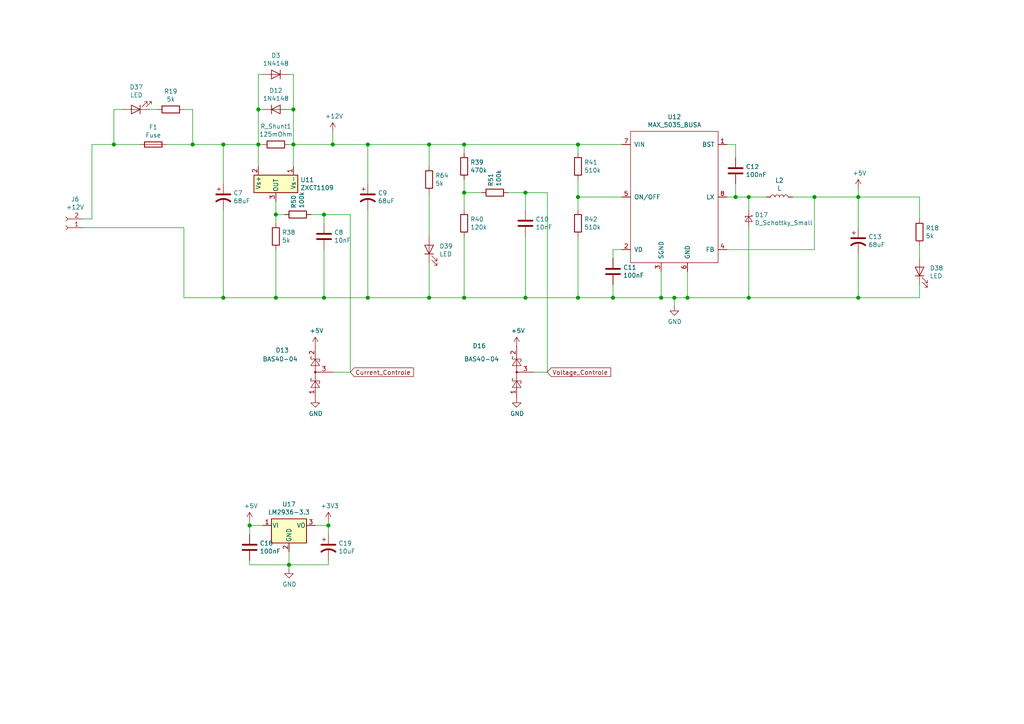
<source format=kicad_sch>
(kicad_sch (version 20210126) (generator eeschema)
  (paper "A4")
  (lib_symbols
    (symbol "SBIO3-rescue:+12V-power" (power) (pin_names (offset 0))
      (property "Value" "+12V-power" (at 0 3.556 0))
      (symbol "+12V-power_0_1"
        (polyline (pts (xy -0.762 1.27) (xy 0 2.54)))
        (polyline (pts (xy 0 0) (xy 0 2.54)))
        (polyline (pts (xy 0 2.54) (xy 0.762 1.27)))
      )
      (symbol "+12V-power_1_1"
        (pin power_in line (at 0 0 90) (length 0) hide (name "+12V") (number "1"))
      )
    )
    (symbol "SBIO3-rescue:+3V3-power" (power) (pin_names (offset 0))
      (property "Value" "+3V3-power" (at 0 3.556 0))
      (symbol "+3V3-power_0_1"
        (polyline (pts (xy -0.762 1.27) (xy 0 2.54)))
        (polyline (pts (xy 0 0) (xy 0 2.54)))
        (polyline (pts (xy 0 2.54) (xy 0.762 1.27)))
      )
      (symbol "+3V3-power_1_1"
        (pin power_in line (at 0 0 90) (length 0) hide (name "+3V3") (number "1"))
      )
    )
    (symbol "SBIO3-rescue:+5V-power" (power) (pin_names (offset 0))
      (property "Value" "+5V-power" (at 0 3.556 0))
      (symbol "+5V-power_0_1"
        (polyline (pts (xy -0.762 1.27) (xy 0 2.54)))
        (polyline (pts (xy 0 0) (xy 0 2.54)))
        (polyline (pts (xy 0 2.54) (xy 0.762 1.27)))
      )
      (symbol "+5V-power_1_1"
        (pin power_in line (at 0 0 90) (length 0) hide (name "+5V") (number "1"))
      )
    )
    (symbol "SBIO3-rescue:1N4148-Diode" (pin_numbers hide) (pin_names (offset 1.016) hide)
      (property "Reference" "D" (at 0 2.54 0))
      (property "Value" "1N4148-Diode" (at 0 -2.54 0))
      (symbol "1N4148-Diode_0_1"
        (polyline (pts (xy -1.27 1.27) (xy -1.27 -1.27)) (stroke (width 0.2032)))
        (polyline (pts (xy 1.27 0) (xy -1.27 0)))
        (polyline (pts (xy 1.27 1.27) (xy 1.27 -1.27) (xy -1.27 0) (xy 1.27 1.27)) (stroke (width 0.2032)))
      )
      (symbol "1N4148-Diode_1_1"
        (pin passive line (at -3.81 0 0) (length 2.54) (name "K") (number "1"))
        (pin passive line (at 3.81 0 180) (length 2.54) (name "A") (number "2"))
      )
    )
    (symbol "SBIO3-rescue:BAS40-04-Diode" (pin_names (offset 1.016))
      (property "Reference" "D" (at 0.635 -1.27 0))
      (property "Value" "BAS40-04-Diode" (at -6.35 5.715 0))
      (symbol "BAS40-04-Diode_0_1"
        (circle (center 0 2.54) (radius 0.254) (fill (type outline)))
        (polyline (pts (xy -3.81 2.54) (xy -1.27 2.54)))
        (polyline (pts (xy -3.175 1.27) (xy -3.175 1.524)))
        (polyline (pts (xy -2.54 1.27) (xy -3.175 1.27)))
        (polyline (pts (xy -2.54 1.27) (xy -2.54 3.81)))
        (polyline (pts (xy -2.54 3.81) (xy -1.905 3.81)))
        (polyline (pts (xy -1.905 2.54) (xy 1.905 2.54)))
        (polyline (pts (xy -1.905 3.81) (xy -1.905 3.556)))
        (polyline (pts (xy 1.27 2.54) (xy 3.81 2.54)))
        (polyline (pts (xy 3.175 1.27) (xy 3.175 1.524)))
        (polyline (pts (xy 3.81 1.27) (xy 3.175 1.27)))
        (polyline (pts (xy 3.81 1.27) (xy 3.81 3.81)))
        (polyline (pts (xy 3.81 3.81) (xy 4.445 3.81)))
        (polyline (pts (xy 4.445 3.81) (xy 4.445 3.556)))
        (polyline (pts (xy -4.445 3.81) (xy -4.445 1.27) (xy -2.54 2.54) (xy -4.445 3.81)))
        (polyline (pts (xy 1.905 3.81) (xy 1.905 1.27) (xy 3.81 2.54) (xy 1.905 3.81)))
      )
      (symbol "BAS40-04-Diode_1_1"
        (pin passive line (at -7.62 2.54 0) (length 3.81) (name "~") (number "1"))
        (pin passive line (at 7.62 2.54 180) (length 3.81) (name "~") (number "2"))
        (pin passive line (at 0 -2.54 90) (length 5.08) (name "~") (number "3"))
      )
    )
    (symbol "SBIO3-rescue:C-Device" (pin_numbers hide) (pin_names (offset 0.254))
      (property "Reference" "C" (at 0.635 2.54 0))
      (property "Value" "C-Device" (at 0.635 -2.54 0))
      (symbol "C-Device_0_1"
        (polyline (pts (xy -2.032 -0.762) (xy 2.032 -0.762)) (stroke (width 0.508)))
        (polyline (pts (xy -2.032 0.762) (xy 2.032 0.762)) (stroke (width 0.508)))
      )
      (symbol "C-Device_1_1"
        (pin passive line (at 0 3.81 270) (length 2.794) (name "~") (number "1"))
        (pin passive line (at 0 -3.81 90) (length 2.794) (name "~") (number "2"))
      )
    )
    (symbol "SBIO3-rescue:CP1-Device" (pin_numbers hide) (pin_names (offset 0.254) hide)
      (property "Reference" "C" (at 0.635 2.54 0))
      (property "Value" "CP1-Device" (at 0.635 -2.54 0))
      (symbol "CP1-Device_0_1"
        (arc (start -2.032 -1.27) (end 2.032 -1.27) (radius (at 0 -3.81) (length 3.2512) (angles 128.7 51.3)) (stroke (width 0.508)))
        (polyline (pts (xy -2.032 0.762) (xy 2.032 0.762)) (stroke (width 0.508)))
        (polyline (pts (xy -1.778 2.286) (xy -0.762 2.286)))
        (polyline (pts (xy -1.27 1.778) (xy -1.27 2.794)))
      )
      (symbol "CP1-Device_1_1"
        (pin passive line (at 0 3.81 270) (length 2.794) (name "~") (number "1"))
        (pin passive line (at 0 -3.81 90) (length 3.302) (name "~") (number "2"))
      )
    )
    (symbol "SBIO3-rescue:Conn_01x02_Female-Connector" (pin_names (offset 1.016) hide)
      (property "Reference" "J" (at 0 2.54 0))
      (property "Value" "Conn_01x02_Female-Connector" (at 0 -5.08 0))
      (symbol "Conn_01x02_Female-Connector_1_1"
        (arc (start 0 -2.032) (end 0 -3.048) (radius (at 0 -2.54) (length 0.508) (angles 90.1 -90.1)) (stroke (width 0.1524)))
        (arc (start 0 0.508) (end 0 -0.508) (radius (at 0 0) (length 0.508) (angles 90.1 -90.1)) (stroke (width 0.1524)))
        (polyline (pts (xy -1.27 -2.54) (xy -0.508 -2.54)) (stroke (width 0.1524)))
        (polyline (pts (xy -1.27 0) (xy -0.508 0)) (stroke (width 0.1524)))
        (pin passive line (at -5.08 0 0) (length 3.81) (name "Pin_1") (number "1"))
        (pin passive line (at -5.08 -2.54 0) (length 3.81) (name "Pin_2") (number "2"))
      )
    )
    (symbol "SBIO3-rescue:D_Schottky_Small-Device" (pin_numbers hide) (pin_names (offset 0.254) hide)
      (property "Reference" "D" (at -1.27 2.032 0))
      (property "Value" "D_Schottky_Small-Device" (at -7.112 -2.032 0))
      (symbol "D_Schottky_Small-Device_0_1"
        (polyline (pts (xy -0.762 -1.016) (xy -0.762 1.016)))
        (polyline (pts (xy -0.762 0) (xy 0.762 0)))
        (polyline (pts (xy -0.762 -1.016) (xy -0.508 -1.016) (xy -0.508 -0.762)))
        (polyline (pts (xy -0.762 1.016) (xy -1.016 1.016) (xy -1.016 0.762)))
        (polyline (pts (xy 0.762 -1.016) (xy -0.762 0) (xy 0.762 1.016) (xy 0.762 -1.016)))
      )
      (symbol "D_Schottky_Small-Device_1_1"
        (pin passive line (at -2.54 0 0) (length 1.778) (name "K") (number "1"))
        (pin passive line (at 2.54 0 180) (length 1.778) (name "A") (number "2"))
      )
    )
    (symbol "SBIO3-rescue:Fuse-Device" (pin_numbers hide) (pin_names (offset 0))
      (property "Reference" "F" (at 2.032 0 90))
      (property "Value" "Fuse-Device" (at -1.905 0 90))
      (symbol "Fuse-Device_0_1"
        (rectangle (start -0.762 -2.54) (end 0.762 2.54) (stroke (width 0.254)))
        (polyline (pts (xy 0 2.54) (xy 0 -2.54)))
      )
      (symbol "Fuse-Device_1_1"
        (pin passive line (at 0 3.81 270) (length 1.27) (name "~") (number "1"))
        (pin passive line (at 0 -3.81 90) (length 1.27) (name "~") (number "2"))
      )
    )
    (symbol "SBIO3-rescue:GND-power" (power) (pin_names (offset 0))
      (property "Value" "GND-power" (at 0 -3.81 0))
      (symbol "GND-power_0_1"
        (polyline (pts (xy 0 0) (xy 0 -1.27) (xy 1.27 -1.27) (xy 0 -2.54) (xy -1.27 -1.27) (xy 0 -1.27)))
      )
      (symbol "GND-power_1_1"
        (pin power_in line (at 0 0 270) (length 0) hide (name "GND") (number "1"))
      )
    )
    (symbol "SBIO3-rescue:L-Device" (pin_numbers hide) (pin_names (offset 1.016) hide)
      (property "Reference" "L" (at -1.27 0 90))
      (property "Value" "L-Device" (at 1.905 0 90))
      (symbol "L-Device_0_1"
        (arc (start 0 -2.54) (end 0 -1.27) (radius (at 0 -1.905) (length 0.635) (angles -89.9 89.9)))
        (arc (start 0 -1.27) (end 0 0) (radius (at 0 -0.635) (length 0.635) (angles -89.9 89.9)))
        (arc (start 0 0) (end 0 1.27) (radius (at 0 0.635) (length 0.635) (angles -89.9 89.9)))
        (arc (start 0 1.27) (end 0 2.54) (radius (at 0 1.905) (length 0.635) (angles -89.9 89.9)))
      )
      (symbol "L-Device_1_1"
        (pin passive line (at 0 3.81 270) (length 1.27) (name "1") (number "1"))
        (pin passive line (at 0 -3.81 90) (length 1.27) (name "2") (number "2"))
      )
    )
    (symbol "SBIO3-rescue:LED-Device" (pin_numbers hide) (pin_names (offset 1.016) hide)
      (property "Reference" "D" (at 0 2.54 0))
      (property "Value" "LED-Device" (at 0 -2.54 0))
      (symbol "LED-Device_0_1"
        (polyline (pts (xy -1.27 -1.27) (xy -1.27 1.27)) (stroke (width 0.2032)))
        (polyline (pts (xy -1.27 0) (xy 1.27 0)))
        (polyline (pts (xy 1.27 -1.27) (xy 1.27 1.27) (xy -1.27 0) (xy 1.27 -1.27)) (stroke (width 0.2032)))
        (polyline (pts (xy -3.048 -0.762) (xy -4.572 -2.286) (xy -3.81 -2.286) (xy -4.572 -2.286) (xy -4.572 -1.524)))
        (polyline (pts (xy -1.778 -0.762) (xy -3.302 -2.286) (xy -2.54 -2.286) (xy -3.302 -2.286) (xy -3.302 -1.524)))
      )
      (symbol "LED-Device_1_1"
        (pin passive line (at -3.81 0 0) (length 2.54) (name "K") (number "1"))
        (pin passive line (at 3.81 0 180) (length 2.54) (name "A") (number "2"))
      )
    )
    (symbol "SBIO3-rescue:LM2936-3.3-Regulator_Linear" (pin_names (offset 0.254))
      (property "Reference" "U" (at -3.81 3.175 0))
      (property "Value" "LM2936-3.3-Regulator_Linear" (at 0 3.175 0))
      (symbol "LM2936-3.3-Regulator_Linear_0_1"
        (rectangle (start -5.08 1.905) (end 5.08 -5.08) (stroke (width 0.254)) (fill (type background)))
      )
      (symbol "LM2936-3.3-Regulator_Linear_1_1"
        (pin power_in line (at -7.62 0 0) (length 2.54) (name "VI") (number "1"))
        (pin power_in line (at 0 -7.62 90) (length 2.54) (name "GND") (number "2"))
        (pin power_out line (at 7.62 0 180) (length 2.54) (name "VO") (number "3"))
      )
    )
    (symbol "SBIO3-rescue:MAX_5035_BUSA-KiCad_E-Shema_MH" (pin_names (offset 1.016))
      (property "Reference" "U" (at 0 27.94 0))
      (property "Value" "MAX_5035_BUSA-KiCad_E-Shema_MH" (at 0 22.86 0))
      (symbol "MAX_5035_BUSA-KiCad_E-Shema_MH_0_1"
        (rectangle (start -12.7 19.05) (end 12.7 -19.05))
      )
      (symbol "MAX_5035_BUSA-KiCad_E-Shema_MH_1_1"
        (pin bidirectional line (at 15.24 15.24 180) (length 2.54) (name "BST") (number "1"))
        (pin bidirectional line (at -15.24 -15.24 0) (length 2.54) (name "VD") (number "2"))
        (pin bidirectional line (at -3.81 -21.59 90) (length 2.54) (name "SGND") (number "3"))
        (pin bidirectional line (at 15.24 -15.24 180) (length 2.54) (name "FB") (number "4"))
        (pin bidirectional line (at -15.24 0 0) (length 2.54) (name "ON/OFF") (number "5"))
        (pin bidirectional line (at 3.81 -21.59 90) (length 2.54) (name "GND") (number "6"))
        (pin bidirectional line (at -15.24 15.24 0) (length 2.54) (name "VIN") (number "7"))
        (pin bidirectional line (at 15.24 0 180) (length 2.54) (name "LX") (number "8"))
      )
    )
    (symbol "SBIO3-rescue:R-Device" (pin_numbers hide) (pin_names (offset 0))
      (property "Reference" "R" (at 2.032 0 90))
      (property "Value" "R-Device" (at 0 0 90))
      (symbol "R-Device_0_1"
        (rectangle (start -1.016 -2.54) (end 1.016 2.54) (stroke (width 0.254)))
      )
      (symbol "R-Device_1_1"
        (pin passive line (at 0 3.81 270) (length 1.27) (name "~") (number "1"))
        (pin passive line (at 0 -3.81 90) (length 1.27) (name "~") (number "2"))
      )
    )
    (symbol "SBIO3-rescue:ZXCT1109-Amplifier_Current" (pin_names (offset 0.254))
      (property "Reference" "U" (at 7.62 1.27 0))
      (property "Value" "ZXCT1109-Amplifier_Current" (at 7.62 -1.27 0))
      (symbol "ZXCT1109-Amplifier_Current_0_1"
        (rectangle (start -6.35 2.54) (end 6.35 -2.54) (stroke (width 0.254)) (fill (type background)))
      )
      (symbol "ZXCT1109-Amplifier_Current_1_1"
        (pin input line (at 5.08 5.08 270) (length 2.54) (name "Vs-") (number "1"))
        (pin input line (at -5.08 5.08 270) (length 2.54) (name "Vs+") (number "2"))
        (pin output line (at 0 -5.08 90) (length 2.54) (name "OUT") (number "3"))
      )
    )
  )
  (junction (at 33.02 41.91) (diameter 1.016))
  (junction (at 55.88 41.91) (diameter 1.016))
  (junction (at 64.77 41.91) (diameter 1.016))
  (junction (at 64.77 86.36) (diameter 1.016))
  (junction (at 72.39 152.4) (diameter 1.016))
  (junction (at 74.93 31.75) (diameter 1.016))
  (junction (at 74.93 41.91) (diameter 1.016))
  (junction (at 80.01 62.23) (diameter 1.016))
  (junction (at 80.01 86.36) (diameter 1.016))
  (junction (at 83.82 163.83) (diameter 1.016))
  (junction (at 85.09 31.75) (diameter 1.016))
  (junction (at 85.09 41.91) (diameter 1.016))
  (junction (at 93.98 62.23) (diameter 1.016))
  (junction (at 93.98 86.36) (diameter 1.016))
  (junction (at 95.25 152.4) (diameter 1.016))
  (junction (at 96.52 41.91) (diameter 1.016))
  (junction (at 106.68 41.91) (diameter 1.016))
  (junction (at 106.68 86.36) (diameter 1.016))
  (junction (at 124.46 41.91) (diameter 1.016))
  (junction (at 124.46 86.36) (diameter 1.016))
  (junction (at 134.62 41.91) (diameter 1.016))
  (junction (at 134.62 55.88) (diameter 1.016))
  (junction (at 134.62 86.36) (diameter 1.016))
  (junction (at 152.4 55.88) (diameter 1.016))
  (junction (at 152.4 86.36) (diameter 1.016))
  (junction (at 167.64 41.91) (diameter 1.016))
  (junction (at 167.64 57.15) (diameter 1.016))
  (junction (at 167.64 86.36) (diameter 1.016))
  (junction (at 177.8 86.36) (diameter 1.016))
  (junction (at 191.77 86.36) (diameter 1.016))
  (junction (at 195.58 86.36) (diameter 1.016))
  (junction (at 199.39 86.36) (diameter 1.016))
  (junction (at 213.36 57.15) (diameter 1.016))
  (junction (at 217.17 57.15) (diameter 1.016))
  (junction (at 217.17 86.36) (diameter 1.016))
  (junction (at 236.22 57.15) (diameter 1.016))
  (junction (at 248.92 57.15) (diameter 1.016))
  (junction (at 248.92 86.36) (diameter 1.016))
  (wire (pts (xy 24.13 66.04) (xy 53.34 66.04)))
  (wire (pts (xy 26.67 41.91) (xy 26.67 63.5)))
  (wire (pts (xy 26.67 63.5) (xy 24.13 63.5)))
  (wire (pts (xy 33.02 31.75) (xy 33.02 41.91)))
  (wire (pts (xy 33.02 41.91) (xy 26.67 41.91)))
  (wire (pts (xy 35.56 31.75) (xy 33.02 31.75)))
  (wire (pts (xy 40.64 41.91) (xy 33.02 41.91)))
  (wire (pts (xy 43.18 31.75) (xy 45.72 31.75)))
  (wire (pts (xy 48.26 41.91) (xy 55.88 41.91)))
  (wire (pts (xy 53.34 31.75) (xy 55.88 31.75)))
  (wire (pts (xy 53.34 66.04) (xy 53.34 86.36)))
  (wire (pts (xy 53.34 86.36) (xy 64.77 86.36)))
  (wire (pts (xy 55.88 31.75) (xy 55.88 41.91)))
  (wire (pts (xy 55.88 41.91) (xy 64.77 41.91)))
  (wire (pts (xy 64.77 41.91) (xy 74.93 41.91)))
  (wire (pts (xy 64.77 53.34) (xy 64.77 41.91)))
  (wire (pts (xy 64.77 60.96) (xy 64.77 86.36)))
  (wire (pts (xy 64.77 86.36) (xy 80.01 86.36)))
  (wire (pts (xy 72.39 151.13) (xy 72.39 152.4)))
  (wire (pts (xy 72.39 152.4) (xy 72.39 154.94)))
  (wire (pts (xy 72.39 162.56) (xy 72.39 163.83)))
  (wire (pts (xy 72.39 163.83) (xy 83.82 163.83)))
  (wire (pts (xy 74.93 21.59) (xy 74.93 31.75)))
  (wire (pts (xy 74.93 31.75) (xy 74.93 41.91)))
  (wire (pts (xy 74.93 41.91) (xy 74.93 48.26)))
  (wire (pts (xy 74.93 41.91) (xy 76.2 41.91)))
  (wire (pts (xy 76.2 21.59) (xy 74.93 21.59)))
  (wire (pts (xy 76.2 31.75) (xy 74.93 31.75)))
  (wire (pts (xy 76.2 152.4) (xy 72.39 152.4)))
  (wire (pts (xy 80.01 58.42) (xy 80.01 62.23)))
  (wire (pts (xy 80.01 62.23) (xy 80.01 64.77)))
  (wire (pts (xy 80.01 72.39) (xy 80.01 86.36)))
  (wire (pts (xy 80.01 86.36) (xy 93.98 86.36)))
  (wire (pts (xy 82.55 62.23) (xy 80.01 62.23)))
  (wire (pts (xy 83.82 21.59) (xy 85.09 21.59)))
  (wire (pts (xy 83.82 160.02) (xy 83.82 163.83)))
  (wire (pts (xy 83.82 163.83) (xy 83.82 165.1)))
  (wire (pts (xy 85.09 21.59) (xy 85.09 31.75)))
  (wire (pts (xy 85.09 31.75) (xy 83.82 31.75)))
  (wire (pts (xy 85.09 41.91) (xy 83.82 41.91)))
  (wire (pts (xy 85.09 41.91) (xy 85.09 31.75)))
  (wire (pts (xy 85.09 41.91) (xy 85.09 48.26)))
  (wire (pts (xy 85.09 41.91) (xy 96.52 41.91)))
  (wire (pts (xy 91.44 152.4) (xy 95.25 152.4)))
  (wire (pts (xy 93.98 62.23) (xy 90.17 62.23)))
  (wire (pts (xy 93.98 62.23) (xy 101.6 62.23)))
  (wire (pts (xy 93.98 64.77) (xy 93.98 62.23)))
  (wire (pts (xy 93.98 72.39) (xy 93.98 86.36)))
  (wire (pts (xy 93.98 86.36) (xy 106.68 86.36)))
  (wire (pts (xy 95.25 151.13) (xy 95.25 152.4)))
  (wire (pts (xy 95.25 152.4) (xy 95.25 154.94)))
  (wire (pts (xy 95.25 162.56) (xy 95.25 163.83)))
  (wire (pts (xy 95.25 163.83) (xy 83.82 163.83)))
  (wire (pts (xy 96.52 41.91) (xy 96.52 38.1)))
  (wire (pts (xy 96.52 41.91) (xy 106.68 41.91)))
  (wire (pts (xy 101.6 62.23) (xy 101.6 107.95)))
  (wire (pts (xy 101.6 107.95) (xy 96.52 107.95)))
  (wire (pts (xy 106.68 41.91) (xy 106.68 53.34)))
  (wire (pts (xy 106.68 41.91) (xy 124.46 41.91)))
  (wire (pts (xy 106.68 60.96) (xy 106.68 86.36)))
  (wire (pts (xy 106.68 86.36) (xy 124.46 86.36)))
  (wire (pts (xy 124.46 41.91) (xy 124.46 48.26)))
  (wire (pts (xy 124.46 55.88) (xy 124.46 68.58)))
  (wire (pts (xy 124.46 86.36) (xy 124.46 76.2)))
  (wire (pts (xy 134.62 41.91) (xy 124.46 41.91)))
  (wire (pts (xy 134.62 41.91) (xy 134.62 44.45)))
  (wire (pts (xy 134.62 52.07) (xy 134.62 55.88)))
  (wire (pts (xy 134.62 55.88) (xy 134.62 60.96)))
  (wire (pts (xy 134.62 68.58) (xy 134.62 86.36)))
  (wire (pts (xy 134.62 86.36) (xy 124.46 86.36)))
  (wire (pts (xy 134.62 86.36) (xy 152.4 86.36)))
  (wire (pts (xy 139.7 55.88) (xy 134.62 55.88)))
  (wire (pts (xy 152.4 55.88) (xy 147.32 55.88)))
  (wire (pts (xy 152.4 55.88) (xy 158.75 55.88)))
  (wire (pts (xy 152.4 60.96) (xy 152.4 55.88)))
  (wire (pts (xy 152.4 68.58) (xy 152.4 86.36)))
  (wire (pts (xy 152.4 86.36) (xy 167.64 86.36)))
  (wire (pts (xy 158.75 55.88) (xy 158.75 107.95)))
  (wire (pts (xy 158.75 107.95) (xy 154.94 107.95)))
  (wire (pts (xy 167.64 41.91) (xy 134.62 41.91)))
  (wire (pts (xy 167.64 41.91) (xy 167.64 44.45)))
  (wire (pts (xy 167.64 57.15) (xy 167.64 52.07)))
  (wire (pts (xy 167.64 60.96) (xy 167.64 57.15)))
  (wire (pts (xy 167.64 68.58) (xy 167.64 86.36)))
  (wire (pts (xy 167.64 86.36) (xy 177.8 86.36)))
  (wire (pts (xy 177.8 72.39) (xy 180.34 72.39)))
  (wire (pts (xy 177.8 74.93) (xy 177.8 72.39)))
  (wire (pts (xy 177.8 82.55) (xy 177.8 86.36)))
  (wire (pts (xy 177.8 86.36) (xy 191.77 86.36)))
  (wire (pts (xy 180.34 41.91) (xy 167.64 41.91)))
  (wire (pts (xy 180.34 57.15) (xy 167.64 57.15)))
  (wire (pts (xy 191.77 78.74) (xy 191.77 86.36)))
  (wire (pts (xy 191.77 86.36) (xy 195.58 86.36)))
  (wire (pts (xy 195.58 86.36) (xy 195.58 88.9)))
  (wire (pts (xy 199.39 78.74) (xy 199.39 86.36)))
  (wire (pts (xy 199.39 86.36) (xy 195.58 86.36)))
  (wire (pts (xy 199.39 86.36) (xy 217.17 86.36)))
  (wire (pts (xy 210.82 41.91) (xy 213.36 41.91)))
  (wire (pts (xy 210.82 57.15) (xy 213.36 57.15)))
  (wire (pts (xy 213.36 41.91) (xy 213.36 45.72)))
  (wire (pts (xy 213.36 57.15) (xy 213.36 53.34)))
  (wire (pts (xy 217.17 57.15) (xy 213.36 57.15)))
  (wire (pts (xy 217.17 60.96) (xy 217.17 57.15)))
  (wire (pts (xy 217.17 86.36) (xy 217.17 66.04)))
  (wire (pts (xy 222.25 57.15) (xy 217.17 57.15)))
  (wire (pts (xy 236.22 57.15) (xy 229.87 57.15)))
  (wire (pts (xy 236.22 57.15) (xy 236.22 72.39)))
  (wire (pts (xy 236.22 72.39) (xy 210.82 72.39)))
  (wire (pts (xy 248.92 57.15) (xy 236.22 57.15)))
  (wire (pts (xy 248.92 57.15) (xy 248.92 54.61)))
  (wire (pts (xy 248.92 66.04) (xy 248.92 57.15)))
  (wire (pts (xy 248.92 73.66) (xy 248.92 86.36)))
  (wire (pts (xy 248.92 86.36) (xy 217.17 86.36)))
  (wire (pts (xy 266.7 57.15) (xy 248.92 57.15)))
  (wire (pts (xy 266.7 63.5) (xy 266.7 57.15)))
  (wire (pts (xy 266.7 71.12) (xy 266.7 74.93)))
  (wire (pts (xy 266.7 82.55) (xy 266.7 86.36)))
  (wire (pts (xy 266.7 86.36) (xy 248.92 86.36)))
  (global_label "Current_Controle" (shape input) (at 101.6 107.95 0) (property "Intersheet References" "${INTERSHEET_REFS}" (effects hide)))
  (global_label "Voltage_Controle" (shape input) (at 158.75 107.95 0) (property "Intersheet References" "${INTERSHEET_REFS}" (effects hide)))
  (symbol (lib_id "SBIO3-rescue:+5V-power") (at 72.39 151.13 0) (unit 1)
    (property "Reference" "#PWR0150" (effects hide))
    (property "Value" "+5V" (at 72.771 146.7358 0))
  )
  (symbol (lib_id "SBIO3-rescue:+5V-power") (at 91.44 100.33 0) (unit 1)
    (property "Reference" "#PWR0144" (effects hide))
    (property "Value" "+5V" (at 91.821 95.9358 0))
  )
  (symbol (lib_id "SBIO3-rescue:+3V3-power") (at 95.25 151.13 0) (unit 1)
    (property "Reference" "#PWR0151" (effects hide))
    (property "Value" "+3V3" (at 95.631 146.7358 0))
  )
  (symbol (lib_id "SBIO3-rescue:+12V-power") (at 96.52 38.1 0) (unit 1)
    (property "Reference" "#PWR0143" (effects hide))
    (property "Value" "+12V" (at 96.901 33.7058 0))
  )
  (symbol (lib_id "SBIO3-rescue:+5V-power") (at 149.86 100.33 0) (unit 1)
    (property "Reference" "#PWR0145" (effects hide))
    (property "Value" "+5V" (at 150.241 95.9358 0))
  )
  (symbol (lib_id "SBIO3-rescue:+5V-power") (at 248.92 54.61 0) (unit 1)
    (property "Reference" "#PWR0142" (effects hide))
    (property "Value" "+5V" (at 249.301 50.2158 0))
  )
  (symbol (lib_id "SBIO3-rescue:L-Device") (at 226.06 57.15 90) (unit 1)
    (property "Reference" "L2" (at 226.06 52.324 90))
    (property "Value" "L" (at 226.06 54.6354 90))
    (property "Footprint" "L_Lib:MAX5035_100uH_Coil" (effects hide))
  )
  (symbol (lib_id "SBIO3-rescue:GND-power") (at 83.82 165.1 0) (unit 1)
    (property "Reference" "#PWR0149" (effects hide))
    (property "Value" "GND" (at 83.947 169.4942 0))
  )
  (symbol (lib_id "SBIO3-rescue:GND-power") (at 91.44 115.57 0) (unit 1)
    (property "Reference" "#PWR0140" (effects hide))
    (property "Value" "GND" (at 91.567 119.9642 0))
  )
  (symbol (lib_id "SBIO3-rescue:GND-power") (at 149.86 115.57 0) (unit 1)
    (property "Reference" "#PWR0141" (effects hide))
    (property "Value" "GND" (at 149.987 119.9642 0))
  )
  (symbol (lib_id "SBIO3-rescue:GND-power") (at 195.58 88.9 0) (unit 1)
    (property "Reference" "#PWR0139" (effects hide))
    (property "Value" "GND" (at 195.707 93.2942 0))
  )
  (symbol (lib_id "SBIO3-rescue:D_Schottky_Small-Device") (at 217.17 63.5 270) (unit 1)
    (property "Reference" "D17" (at 218.8972 62.3316 90) (effects (justify left)))
    (property "Value" "D_Schottky_Small" (at 218.8972 64.643 90) (effects (justify left)))
    (property "Footprint" "D_Lib:MAX5035_50SQ100" (effects hide))
  )
  (symbol (lib_id "SBIO3-rescue:Fuse-Device") (at 44.45 41.91 270) (unit 1)
    (property "Reference" "F1" (at 44.45 36.9062 90))
    (property "Value" "Fuse" (at 44.45 39.2176 90))
    (property "Footprint" "Fuse:Fuseholder_TR5_Littelfuse_No560_No460" (effects hide))
  )
  (symbol (lib_id "SBIO3-rescue:R-Device") (at 49.53 31.75 90) (unit 1)
    (property "Reference" "R19" (at 49.53 26.4922 90))
    (property "Value" "5k" (at 49.53 28.8036 90))
    (property "Footprint" "Resistor_SMD:R_0603_1608Metric_Pad1.05x0.95mm_HandSolder" (effects hide))
  )
  (symbol (lib_id "SBIO3-rescue:R-Device") (at 80.01 41.91 90) (unit 1)
    (property "Reference" "R_Shunt1" (at 80.01 36.6522 90))
    (property "Value" "125mOhm" (at 80.01 38.9636 90))
    (property "Footprint" "Resistor_SMD:R_2512_6332Metric_Pad1.52x3.35mm_HandSolder" (effects hide))
  )
  (symbol (lib_id "SBIO3-rescue:R-Device") (at 80.01 68.58 0) (unit 1)
    (property "Reference" "R38" (at 81.788 67.4116 0) (effects (justify left)))
    (property "Value" "5k" (at 81.788 69.723 0) (effects (justify left)))
    (property "Footprint" "Resistor_SMD:R_0603_1608Metric_Pad1.05x0.95mm_HandSolder" (effects hide))
  )
  (symbol (lib_id "SBIO3-rescue:R-Device") (at 86.36 62.23 90) (unit 1)
    (property "Reference" "R50" (at 85.1916 60.452 0) (effects (justify left)))
    (property "Value" "100k" (at 87.503 60.452 0) (effects (justify left)))
    (property "Footprint" "Resistor_SMD:R_0603_1608Metric_Pad1.05x0.95mm_HandSolder" (effects hide))
  )
  (symbol (lib_id "SBIO3-rescue:R-Device") (at 124.46 52.07 0) (unit 1)
    (property "Reference" "R64" (at 126.238 50.9016 0) (effects (justify left)))
    (property "Value" "5k" (at 126.238 53.213 0) (effects (justify left)))
    (property "Footprint" "Resistor_SMD:R_0603_1608Metric_Pad1.05x0.95mm_HandSolder" (effects hide))
  )
  (symbol (lib_id "SBIO3-rescue:R-Device") (at 134.62 48.26 0) (unit 1)
    (property "Reference" "R39" (at 136.398 47.0916 0) (effects (justify left)))
    (property "Value" "470k" (at 136.398 49.403 0) (effects (justify left)))
    (property "Footprint" "Resistor_SMD:R_0603_1608Metric_Pad1.05x0.95mm_HandSolder" (effects hide))
  )
  (symbol (lib_id "SBIO3-rescue:R-Device") (at 134.62 64.77 0) (unit 1)
    (property "Reference" "R40" (at 136.398 63.6016 0) (effects (justify left)))
    (property "Value" "120k" (at 136.398 65.913 0) (effects (justify left)))
    (property "Footprint" "Resistor_SMD:R_0603_1608Metric_Pad1.05x0.95mm_HandSolder" (effects hide))
  )
  (symbol (lib_id "SBIO3-rescue:R-Device") (at 143.51 55.88 90) (unit 1)
    (property "Reference" "R51" (at 142.3416 54.102 0) (effects (justify left)))
    (property "Value" "100k" (at 144.653 54.102 0) (effects (justify left)))
    (property "Footprint" "Resistor_SMD:R_0603_1608Metric_Pad1.05x0.95mm_HandSolder" (effects hide))
  )
  (symbol (lib_id "SBIO3-rescue:R-Device") (at 167.64 48.26 0) (unit 1)
    (property "Reference" "R41" (at 169.418 47.0916 0) (effects (justify left)))
    (property "Value" "510k" (at 169.418 49.403 0) (effects (justify left)))
    (property "Footprint" "Resistor_SMD:R_0603_1608Metric_Pad1.05x0.95mm_HandSolder" (effects hide))
  )
  (symbol (lib_id "SBIO3-rescue:R-Device") (at 167.64 64.77 0) (unit 1)
    (property "Reference" "R42" (at 169.418 63.6016 0) (effects (justify left)))
    (property "Value" "510k" (at 169.418 65.913 0) (effects (justify left)))
    (property "Footprint" "Resistor_SMD:R_0603_1608Metric_Pad1.05x0.95mm_HandSolder" (effects hide))
  )
  (symbol (lib_id "SBIO3-rescue:R-Device") (at 266.7 67.31 0) (unit 1)
    (property "Reference" "R18" (at 268.478 66.1416 0) (effects (justify left)))
    (property "Value" "5k" (at 268.478 68.453 0) (effects (justify left)))
    (property "Footprint" "Resistor_SMD:R_0603_1608Metric_Pad1.05x0.95mm_HandSolder" (effects hide))
  )
  (symbol (lib_id "SBIO3-rescue:1N4148-Diode") (at 80.01 21.59 180) (unit 1)
    (property "Reference" "D3" (at 80.01 16.1036 0))
    (property "Value" "1N4148" (at 80.01 18.415 0))
    (property "Footprint" "Diode_SMD:D_SMA_Handsoldering" (effects hide))
    (property "Datasheet" "https://assets.nexperia.com/documents/data-sheet/1N4148_1N4448.pdf" (effects hide))
  )
  (symbol (lib_id "SBIO3-rescue:1N4148-Diode") (at 80.01 31.75 0) (unit 1)
    (property "Reference" "D12" (at 80.01 26.2636 0))
    (property "Value" "1N4148" (at 80.01 28.575 0))
    (property "Footprint" "D_Lib:1N4148" (effects hide))
    (property "Datasheet" "https://assets.nexperia.com/documents/data-sheet/1N4148_1N4448.pdf" (effects hide))
  )
  (symbol (lib_id "SBIO3-rescue:Conn_01x02_Female-Connector") (at 19.05 66.04 180) (unit 1)
    (property "Reference" "J6" (at 21.7932 57.785 0))
    (property "Value" "+12V" (at 21.7932 60.0964 0))
    (property "Footprint" "Connector_Phoenix_MSTB:PhoenixContact_MSTBA_2,5_2-G_1x02_P5.00mm_Horizontal" (effects hide))
  )
  (symbol (lib_id "SBIO3-rescue:LED-Device") (at 39.37 31.75 180) (unit 1)
    (property "Reference" "D37" (at 39.5478 25.273 0))
    (property "Value" "LED" (at 39.5478 27.5844 0))
    (property "Footprint" "LED_SMD:LED_0805_2012Metric_Pad1.15x1.40mm_HandSolder" (effects hide))
  )
  (symbol (lib_id "SBIO3-rescue:LED-Device") (at 124.46 72.39 90)
    (property "Reference" "D39" (at 127.4318 71.3994 90) (effects (justify right)))
    (property "Value" "LED" (at 127.4318 73.7108 90) (effects (justify right)))
    (property "Footprint" "LED_SMD:LED_0805_2012Metric_Pad1.15x1.40mm_HandSolder" (effects hide))
  )
  (symbol (lib_id "SBIO3-rescue:LED-Device") (at 266.7 78.74 90)
    (property "Reference" "D38" (at 269.6718 77.7494 90) (effects (justify right)))
    (property "Value" "LED" (at 269.6718 80.0608 90) (effects (justify right)))
    (property "Footprint" "LED_SMD:LED_0805_2012Metric_Pad1.15x1.40mm_HandSolder" (effects hide))
  )
  (symbol (lib_id "SBIO3-rescue:CP1-Device") (at 64.77 57.15 0) (unit 1)
    (property "Reference" "C7" (at 67.691 55.9816 0) (effects (justify left)))
    (property "Value" "68uF" (at 67.691 58.293 0) (effects (justify left)))
    (property "Footprint" "Capacitor_SMD:C_2512_6332Metric" (effects hide))
  )
  (symbol (lib_id "SBIO3-rescue:C-Device") (at 72.39 158.75 0) (unit 1)
    (property "Reference" "C18" (at 75.311 157.5816 0) (effects (justify left)))
    (property "Value" "100nF" (at 75.311 159.893 0) (effects (justify left)))
    (property "Footprint" "Capacitor_SMD:C_0603_1608Metric_Pad1.05x0.95mm_HandSolder" (effects hide))
  )
  (symbol (lib_id "SBIO3-rescue:C-Device") (at 93.98 68.58 0) (unit 1)
    (property "Reference" "C8" (at 96.901 67.4116 0) (effects (justify left)))
    (property "Value" "10nF" (at 96.901 69.723 0) (effects (justify left)))
    (property "Footprint" "Capacitor_SMD:C_0603_1608Metric_Pad1.05x0.95mm_HandSolder" (effects hide))
  )
  (symbol (lib_id "SBIO3-rescue:CP1-Device") (at 95.25 158.75 0) (unit 1)
    (property "Reference" "C19" (at 98.171 157.5816 0) (effects (justify left)))
    (property "Value" "10uF" (at 98.171 159.893 0) (effects (justify left)))
    (property "Footprint" "Capacitor_SMD:C_1206_3216Metric" (effects hide))
  )
  (symbol (lib_id "SBIO3-rescue:CP1-Device") (at 106.68 57.15 0) (unit 1)
    (property "Reference" "C9" (at 109.601 55.9816 0) (effects (justify left)))
    (property "Value" "68uF" (at 109.601 58.293 0) (effects (justify left)))
    (property "Footprint" "Capacitor_SMD:C_2512_6332Metric_Pad1.52x3.35mm_HandSolder" (effects hide))
  )
  (symbol (lib_id "SBIO3-rescue:C-Device") (at 152.4 64.77 0) (unit 1)
    (property "Reference" "C10" (at 155.321 63.6016 0) (effects (justify left)))
    (property "Value" "10nF" (at 155.321 65.913 0) (effects (justify left)))
    (property "Footprint" "Capacitor_SMD:C_0603_1608Metric_Pad1.05x0.95mm_HandSolder" (effects hide))
  )
  (symbol (lib_id "SBIO3-rescue:C-Device") (at 177.8 78.74 0) (unit 1)
    (property "Reference" "C11" (at 180.721 77.5716 0) (effects (justify left)))
    (property "Value" "100nF" (at 180.721 79.883 0) (effects (justify left)))
    (property "Footprint" "Capacitor_SMD:C_0603_1608Metric_Pad1.05x0.95mm_HandSolder" (effects hide))
  )
  (symbol (lib_id "SBIO3-rescue:C-Device") (at 213.36 49.53 0) (unit 1)
    (property "Reference" "C12" (at 216.281 48.3616 0) (effects (justify left)))
    (property "Value" "100nF" (at 216.281 50.673 0) (effects (justify left)))
    (property "Footprint" "Capacitor_SMD:C_0603_1608Metric_Pad1.05x0.95mm_HandSolder" (effects hide))
  )
  (symbol (lib_id "SBIO3-rescue:CP1-Device") (at 248.92 69.85 0) (unit 1)
    (property "Reference" "C13" (at 251.841 68.6816 0) (effects (justify left)))
    (property "Value" "68uF" (at 251.841 70.993 0) (effects (justify left)))
    (property "Footprint" "Capacitor_SMD:C_2512_6332Metric" (effects hide))
  )
  (symbol (lib_id "SBIO3-rescue:BAS40-04-Diode") (at 93.98 107.95 90) (unit 1)
    (property "Reference" "D13" (at 83.82 101.6 90) (effects (justify left)))
    (property "Value" "BAS40-04" (at 86.36 104.14 90) (effects (justify left)))
    (property "Footprint" "Package_TO_SOT_SMD:SOT-23" (effects hide))
    (property "Datasheet" "http://www.vishay.com/docs/85701/bas40v.pdf" (effects hide))
  )
  (symbol (lib_id "SBIO3-rescue:BAS40-04-Diode") (at 152.4 107.95 90) (unit 1)
    (property "Reference" "D16" (at 140.97 100.33 90) (effects (justify left)))
    (property "Value" "BAS40-04" (at 144.78 104.14 90) (effects (justify left)))
    (property "Footprint" "Package_TO_SOT_SMD:SOT-23" (effects hide))
    (property "Datasheet" "http://www.vishay.com/docs/85701/bas40v.pdf" (effects hide))
  )
  (symbol (lib_id "SBIO3-rescue:ZXCT1109-Amplifier_Current") (at 80.01 53.34 0) (unit 1)
    (property "Reference" "U11" (at 87.122 52.1716 0) (effects (justify left)))
    (property "Value" "ZXCT1109" (at 87.122 54.483 0) (effects (justify left)))
    (property "Footprint" "Package_TO_SOT_SMD:SOT-23" (effects hide))
    (property "Datasheet" "https://www.diodes.com/assets/Datasheets/ZXCT1107_10.pdf" (effects hide))
  )
  (symbol (lib_id "SBIO3-rescue:LM2936-3.3-Regulator_Linear") (at 83.82 152.4 0) (unit 1)
    (property "Reference" "U17" (at 83.82 146.2532 0))
    (property "Value" "LM2936-3.3" (at 83.82 148.5646 0))
    (property "Footprint" "Package_TO_SOT_SMD:SOT-223" (effects hide))
    (property "Datasheet" "http://www.ti.com/lit/ds/symlink/lm2936.pdf" (effects hide))
  )
  (symbol (lib_id "SBIO3-rescue:MAX_5035_BUSA-KiCad_E-Shema_MH") (at 195.58 57.15 0) (unit 1)
    (property "Reference" "U12" (at 195.58 33.909 0))
    (property "Value" "MAX_5035_BUSA" (at 195.58 36.2204 0))
    (property "Footprint" "Package_SO:SO-8_3.9x4.9mm_P1.27mm" (effects hide))
  )
)
</source>
